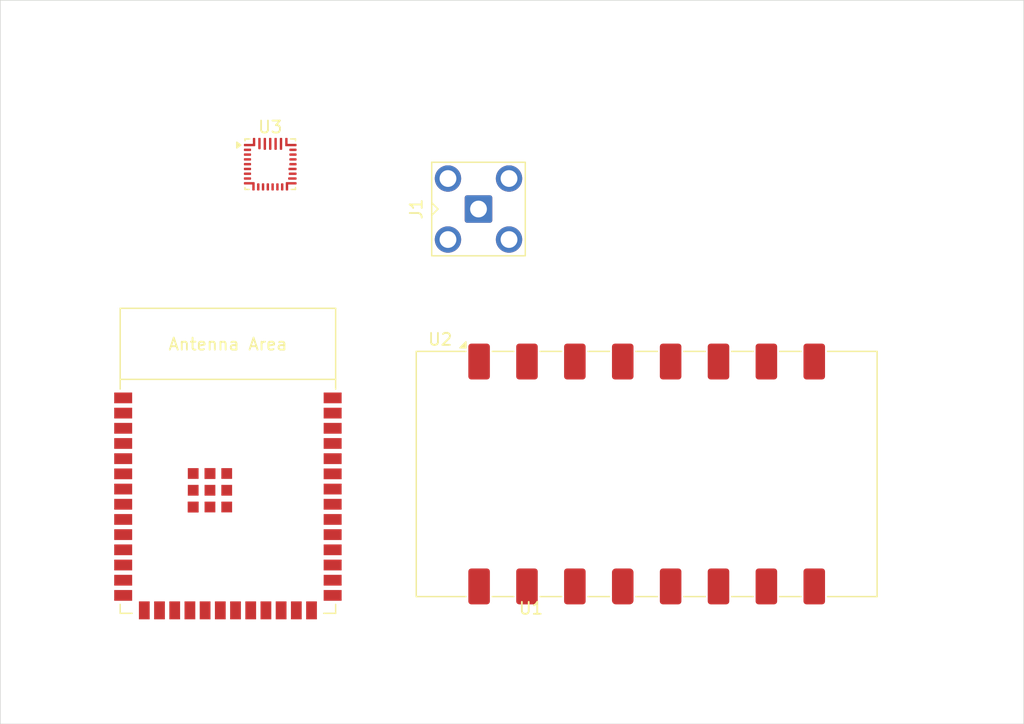
<source format=kicad_pcb>
(kicad_pcb (version 20241229) (generator "pcbnew") (generator_version "9.0")
  (layers (0 "F.Cu" signal) (2 "B.Cu" signal) (13 "F.Paste" user) (15 "B.Paste" user) (5 "F.SilkS" user "F.Silkscreen") (7 "B.SilkS" user "B.Silkscreen") (1 "F.Mask" user) (3 "B.Mask" user) (25 "Edge.Cuts" user))
  (net 0 "")
  (net 42 "GND")
  (net 46 "Net-(J1-In)")
  (net 52 "+5V")
  (net 55 "Net-(U3-VBUS-Pad2)")
  (net 73 "Net-(U3-BAT-Pad22)")
  (footprint "myRF:LoRa126XF30" (layer "F.Cu") (at 146.5 106.1)
    (property "Reference" "U2" (at -17.25 -11.25 180) (layer "F.SilkS"))
    (property "Value" "LoRa126XF30")
    (fp_line (start -19.25 10.25) (end -19.25 -10.25) (stroke (width 0.12)) (layer "F.SilkS"))
    (fp_line (start -15.1 -10.25) (end -19.25 -10.25) (stroke (width 0.12)) (layer "F.SilkS"))
    (fp_line (start -15.1 10.25) (end -19.25 10.25) (stroke (width 0.12)) (layer "F.SilkS"))
    (fp_line (start -11.1 -10.25) (end -12.9 -10.25) (stroke (width 0.12)) (layer "F.SilkS"))
    (fp_line (start -11.1 10.25) (end -12.9 10.25) (stroke (width 0.12)) (layer "F.SilkS"))
    (fp_line (start -7.1 -10.25) (end -8.9 -10.25) (stroke (width 0.12)) (layer "F.SilkS"))
    (fp_line (start -7.1 10.25) (end -8.9 10.25) (stroke (width 0.12)) (layer "F.SilkS"))
    (fp_line (start -3.1 -10.25) (end -4.9 -10.25) (stroke (width 0.12)) (layer "F.SilkS"))
    (fp_line (start -3.1 10.25) (end -4.9 10.25) (stroke (width 0.12)) (layer "F.SilkS"))
    (fp_line (start 0.9 -10.25) (end -0.9 -10.25) (stroke (width 0.12)) (layer "F.SilkS"))
    (fp_line (start 0.9 10.25) (end -0.9 10.25) (stroke (width 0.12)) (layer "F.SilkS"))
    (fp_line (start 4.9 -10.25) (end 3.1 -10.25) (stroke (width 0.12)) (layer "F.SilkS"))
    (fp_line (start 4.9 10.25) (end 3.1 10.25) (stroke (width 0.12)) (layer "F.SilkS"))
    (fp_line (start 8.9 -10.25) (end 7.1 -10.25) (stroke (width 0.12)) (layer "F.SilkS"))
    (fp_line (start 8.9 10.25) (end 7.1 10.25) (stroke (width 0.12)) (layer "F.SilkS"))
    (fp_line (start 12.9 -10.25) (end 11.1 -10.25) (stroke (width 0.12)) (layer "F.SilkS"))
    (fp_line (start 12.9 10.25) (end 11.1 10.25) (stroke (width 0.12)) (layer "F.SilkS"))
    (fp_line (start 19.25 -10.25) (end 15.1 -10.25) (stroke (width 0.12)) (layer "F.SilkS"))
    (fp_line (start 19.25 -10.25) (end 19.25 10.25) (stroke (width 0.12)) (layer "F.SilkS"))
    (fp_line (start 19.25 10.25) (end 15.1 10.25) (stroke (width 0.12)) (layer "F.SilkS"))
    (fp_poly (pts (xy -15.1 -10.55) (xy -15.6 -10.55) (xy -15.1 -11.05) (xy -15.1 -10.55)) (stroke (width 0.12)) (fill yes) (layer "F.SilkS"))
    (pad "1" smd roundrect (at -14 -9.4) (size 1.8 3) (layers "F.Cu" "F.Mask" "F.Paste") (roundrect_rratio 0.1388888889) (net 52 "+5V"))
    (pad "2" smd roundrect (at -10 -9.4) (size 1.8 3) (layers "F.Cu" "F.Mask" "F.Paste") (roundrect_rratio 0.1388888889) (net 42 "GND"))
    (pad "3" smd roundrect (at -6 -9.4) (size 1.8 3) (layers "F.Cu" "F.Mask" "F.Paste") (roundrect_rratio 0.1388888889))
    (pad "4" smd roundrect (at -2 -9.4) (size 1.8 3) (layers "F.Cu" "F.Mask" "F.Paste") (roundrect_rratio 0.1388888889))
    (pad "5" smd roundrect (at 2 -9.4) (size 1.8 3) (layers "F.Cu" "F.Mask" "F.Paste") (roundrect_rratio 0.1388888889))
    (pad "6" smd roundrect (at 6 -9.4) (size 1.8 3) (layers "F.Cu" "F.Mask" "F.Paste") (roundrect_rratio 0.1388888889))
    (pad "7" smd roundrect (at 10 -9.4) (size 1.8 3) (layers "F.Cu" "F.Mask" "F.Paste") (roundrect_rratio 0.1388888889))
    (pad "8" smd roundrect (at 14 -9.4) (size 1.8 3) (layers "F.Cu" "F.Mask" "F.Paste") (roundrect_rratio 0.1388888889))
    (pad "9" smd roundrect (at 14 9.4) (size 1.8 3) (layers "F.Cu" "F.Mask" "F.Paste") (roundrect_rratio 0.1388888889))
    (pad "10" smd roundrect (at 10 9.4) (size 1.8 3) (layers "F.Cu" "F.Mask" "F.Paste") (roundrect_rratio 0.1388888889))
    (pad "11" smd roundrect (at 6 9.4) (size 1.8 3) (layers "F.Cu" "F.Mask" "F.Paste") (roundrect_rratio 0.1388888889))
    (pad "12" smd roundrect (at 2 9.4) (size 1.8 3) (layers "F.Cu" "F.Mask" "F.Paste") (roundrect_rratio 0.1388888889))
    (pad "13" smd roundrect (at -2 9.4) (size 1.8 3) (layers "F.Cu" "F.Mask" "F.Paste") (roundrect_rratio 0.1785714286))
    (pad "14" smd roundrect (at -6 9.4) (size 1.8 3) (layers "F.Cu" "F.Mask" "F.Paste") (roundrect_rratio 0.1388888889))
    (pad "15" smd roundrect (at -10 9.4) (size 1.8 3) (layers "F.Cu" "F.Mask" "F.Paste") (roundrect_rratio 0.1388888889) (net 42 "GND"))
    (pad "16" smd roundrect (at -14 9.4) (size 1.8 3) (layers "F.Cu" "F.Mask" "F.Paste") (roundrect_rratio 0.1388888889) (net 46 "Net-(J1-In)"))
  )
  (footprint "Connector_Coaxial:SMA_BAT_Wireless_BWSMA-KWE-Z001" (layer "F.Cu") (at 132.45 83.95)
    (property "Reference" "J1" (at -5.2 0 90) (layer "F.SilkS"))
    (property "Value" "Conn_Coaxial")
    (fp_line (start -3.885 0.5) (end -3.385 0) (stroke (width 0.12)) (layer "F.SilkS"))
    (fp_line (start -3.385 0) (end -3.885 -0.5) (stroke (width 0.12)) (layer "F.SilkS"))
    (fp_rect (start -3.91 -3.91) (end 3.91 3.91) (stroke (width 0.12)) (fill no) (layer "F.SilkS"))
    (pad "1" thru_hole roundrect (at 0 0) (size 2.3 2.3) (drill 1.4) (layers "*.Cu" "*.Mask") (roundrect_rratio 0.087) (net 46 "Net-(J1-In)"))
    (pad "2" thru_hole circle (at -2.55 -2.55) (size 2.2 2.2) (drill 1.4) (layers "*.Cu" "*.Mask") (net 42 "GND"))
    (pad "2" thru_hole circle (at -2.55 2.55) (size 2.2 2.2) (drill 1.4) (layers "*.Cu" "*.Mask") (net 42 "GND"))
    (pad "2" thru_hole circle (at 2.55 -2.55) (size 2.2 2.2) (drill 1.4) (layers "*.Cu" "*.Mask") (net 42 "GND"))
    (pad "2" thru_hole circle (at 2.55 2.55) (size 2.2 2.2) (drill 1.4) (layers "*.Cu" "*.Mask") (net 42 "GND"))
  )
  (footprint "PCM_Espressif:ESP32-S3-WROOM-1" (layer "F.Cu") (at 111.515 108)
    (property "Reference" "U1" (at 25.32 9.335 0) (layer "F.SilkS"))
    (property "Value" "ESP32-S3-WROOM-1")
    (fp_line (start -9 -15.75) (end -9 -9) (stroke (width 0.12)) (layer "F.SilkS"))
    (fp_line (start -9 -15.75) (end 9 -15.75) (stroke (width 0.12)) (layer "F.SilkS"))
    (fp_line (start -9 9) (end -9 9.75) (stroke (width 0.12)) (layer "F.SilkS"))
    (fp_line (start -9 9.75) (end -8 9.75) (stroke (width 0.12)) (layer "F.SilkS"))
    (fp_line (start 9 -15.75) (end 9 -9) (stroke (width 0.12)) (layer "F.SilkS"))
    (fp_line (start 9 -9.81) (end -9 -9.81) (stroke (width 0.12)) (layer "F.SilkS"))
    (fp_line (start 9 9) (end 9 9.75) (stroke (width 0.12)) (layer "F.SilkS"))
    (fp_line (start 9 9.75) (end 8 9.75) (stroke (width 0.12)) (layer "F.SilkS"))
    (fp_text user "Antenna Area" (at 0 -12.75 0) (layer "F.SilkS"))
    (pad "1" smd rect (at -8.75 -8.26) (size 1.5 0.9) (layers "F.Cu" "F.Mask" "F.Paste") (net 42 "GND"))
    (pad "2" smd rect (at -8.75 -6.99) (size 1.5 0.9) (layers "F.Cu" "F.Mask" "F.Paste"))
    (pad "3" smd rect (at -8.75 -5.72) (size 1.5 0.9) (layers "F.Cu" "F.Mask" "F.Paste"))
    (pad "4" smd rect (at -8.75 -4.45) (size 1.5 0.9) (layers "F.Cu" "F.Mask" "F.Paste"))
    (pad "5" smd rect (at -8.75 -3.18) (size 1.5 0.9) (layers "F.Cu" "F.Mask" "F.Paste"))
    (pad "6" smd rect (at -8.75 -1.91) (size 1.5 0.9) (layers "F.Cu" "F.Mask" "F.Paste"))
    (pad "7" smd rect (at -8.75 -0.64) (size 1.5 0.9) (layers "F.Cu" "F.Mask" "F.Paste"))
    (pad "8" smd rect (at -8.75 0.63) (size 1.5 0.9) (layers "F.Cu" "F.Mask" "F.Paste"))
    (pad "9" smd rect (at -8.75 1.9) (size 1.5 0.9) (layers "F.Cu" "F.Mask" "F.Paste"))
    (pad "10" smd rect (at -8.75 3.17) (size 1.5 0.9) (layers "F.Cu" "F.Mask" "F.Paste"))
    (pad "11" smd rect (at -8.75 4.44) (size 1.5 0.9) (layers "F.Cu" "F.Mask" "F.Paste"))
    (pad "12" smd rect (at -8.75 5.71) (size 1.5 0.9) (layers "F.Cu" "F.Mask" "F.Paste"))
    (pad "13" smd rect (at -8.75 6.98) (size 1.5 0.9) (layers "F.Cu" "F.Mask" "F.Paste"))
    (pad "14" smd rect (at -8.75 8.25) (size 1.5 0.9) (layers "F.Cu" "F.Mask" "F.Paste"))
    (pad "15" smd rect (at -6.985 9.5 90) (size 1.5 0.9) (layers "F.Cu" "F.Mask" "F.Paste"))
    (pad "16" smd rect (at -5.715 9.5 90) (size 1.5 0.9) (layers "F.Cu" "F.Mask" "F.Paste"))
    (pad "17" smd rect (at -4.445 9.5 90) (size 1.5 0.9) (layers "F.Cu" "F.Mask" "F.Paste"))
    (pad "18" smd rect (at -3.175 9.5 90) (size 1.5 0.9) (layers "F.Cu" "F.Mask" "F.Paste"))
    (pad "19" smd rect (at -1.905 9.5 90) (size 1.5 0.9) (layers "F.Cu" "F.Mask" "F.Paste"))
    (pad "20" smd rect (at -0.635 9.5 90) (size 1.5 0.9) (layers "F.Cu" "F.Mask" "F.Paste"))
    (pad "21" smd rect (at 0.635 9.5 90) (size 1.5 0.9) (layers "F.Cu" "F.Mask" "F.Paste"))
    (pad "22" smd rect (at 1.905 9.5 90) (size 1.5 0.9) (layers "F.Cu" "F.Mask" "F.Paste"))
    (pad "23" smd rect (at 3.175 9.5 90) (size 1.5 0.9) (layers "F.Cu" "F.Mask" "F.Paste"))
    (pad "24" smd rect (at 4.445 9.5 90) (size 1.5 0.9) (layers "F.Cu" "F.Mask" "F.Paste"))
    (pad "25" smd rect (at 5.715 9.5 90) (size 1.5 0.9) (layers "F.Cu" "F.Mask" "F.Paste"))
    (pad "26" smd rect (at 6.985 9.5 90) (size 1.5 0.9) (layers "F.Cu" "F.Mask" "F.Paste"))
    (pad "27" smd rect (at 8.75 8.25 180) (size 1.5 0.9) (layers "F.Cu" "F.Mask" "F.Paste"))
    (pad "28" smd rect (at 8.75 6.98 180) (size 1.5 0.9) (layers "F.Cu" "F.Mask" "F.Paste"))
    (pad "29" smd rect (at 8.75 5.71 180) (size 1.5 0.9) (layers "F.Cu" "F.Mask" "F.Paste"))
    (pad "30" smd rect (at 8.75 4.44 180) (size 1.5 0.9) (layers "F.Cu" "F.Mask" "F.Paste"))
    (pad "31" smd rect (at 8.75 3.17 180) (size 1.5 0.9) (layers "F.Cu" "F.Mask" "F.Paste"))
    (pad "32" smd rect (at 8.75 1.9 180) (size 1.5 0.9) (layers "F.Cu" "F.Mask" "F.Paste"))
    (pad "33" smd rect (at 8.75 0.63 180) (size 1.5 0.9) (layers "F.Cu" "F.Mask" "F.Paste"))
    (pad "34" smd rect (at 8.75 -0.64 180) (size 1.5 0.9) (layers "F.Cu" "F.Mask" "F.Paste"))
    (pad "35" smd rect (at 8.75 -1.91 180) (size 1.5 0.9) (layers "F.Cu" "F.Mask" "F.Paste"))
    (pad "36" smd rect (at 8.75 -3.18 180) (size 1.5 0.9) (layers "F.Cu" "F.Mask" "F.Paste"))
    (pad "37" smd rect (at 8.75 -4.45 180) (size 1.5 0.9) (layers "F.Cu" "F.Mask" "F.Paste"))
    (pad "38" smd rect (at 8.75 -5.72 180) (size 1.5 0.9) (layers "F.Cu" "F.Mask" "F.Paste"))
    (pad "39" smd rect (at 8.75 -6.99 180) (size 1.5 0.9) (layers "F.Cu" "F.Mask" "F.Paste"))
    (pad "40" smd rect (at 8.75 -8.26 180) (size 1.5 0.9) (layers "F.Cu" "F.Mask" "F.Paste") (net 42 "GND"))
    (pad "41" smd rect (at -2.9 -1.94 180) (size 0.9 0.9) (layers "F.Cu" "F.Mask" "F.Paste") (net 42 "GND"))
    (pad "41" smd rect (at -2.9 -0.54 180) (size 0.9 0.9) (layers "F.Cu" "F.Mask" "F.Paste") (net 42 "GND"))
    (pad "41" smd rect (at -2.9 0.86 180) (size 0.9 0.9) (layers "F.Cu" "F.Mask" "F.Paste") (net 42 "GND"))
    (pad "41" smd rect (at -2.9 0.86 180) (size 0.9 0.9) (layers "F.Cu" "F.Mask" "F.Paste") (net 42 "GND"))
    (pad "41" smd rect (at -1.5 -1.94 180) (size 0.9 0.9) (layers "F.Cu" "F.Mask" "F.Paste") (net 42 "GND"))
    (pad "41" smd rect (at -1.5 -1.94 180) (size 0.9 0.9) (layers "F.Cu" "F.Mask" "F.Paste") (net 42 "GND"))
    (pad "41" smd rect (at -1.5 -0.54 180) (size 0.9 0.9) (layers "F.Cu" "F.Mask" "F.Paste") (net 42 "GND"))
    (pad "41" smd rect (at -1.5 0.86 180) (size 0.9 0.9) (layers "F.Cu" "F.Mask" "F.Paste") (net 42 "GND"))
    (pad "41" smd rect (at -0.1 -1.94 180) (size 0.9 0.9) (layers "F.Cu" "F.Mask" "F.Paste") (net 42 "GND"))
    (pad "41" smd rect (at -0.1 -0.54 180) (size 0.9 0.9) (layers "F.Cu" "F.Mask" "F.Paste") (net 42 "GND"))
    (pad "41" smd rect (at -0.1 0.86 180) (size 0.9 0.9) (layers "F.Cu" "F.Mask" "F.Paste") (net 42 "GND"))
  )
  (footprint "Package_DFN_QFN:Texas_RQM0029A_VQFN-29_4x4mm_P0.4mm" (layer "F.Cu") (at 115.05 80.2)
    (property "Reference" "U3" (at 0 -3.1 0) (layer "F.SilkS"))
    (property "Value" "BQ25798")
    (fp_line (start -2.11 -2.11) (end -1.71 -2.11) (stroke (width 0.12)) (layer "F.SilkS"))
    (fp_line (start -2.11 -1.96) (end -2.11 -2.11) (stroke (width 0.12)) (layer "F.SilkS"))
    (fp_line (start -2.11 1.96) (end -2.11 2.11) (stroke (width 0.12)) (layer "F.SilkS"))
    (fp_line (start -2.11 2.11) (end -1.76 2.11) (stroke (width 0.12)) (layer "F.SilkS"))
    (fp_line (start 2.11 -2.11) (end 1.71 -2.11) (stroke (width 0.12)) (layer "F.SilkS"))
    (fp_line (start 2.11 -1.96) (end 2.11 -2.11) (stroke (width 0.12)) (layer "F.SilkS"))
    (fp_line (start 2.11 1.96) (end 2.11 2.11) (stroke (width 0.12)) (layer "F.SilkS"))
    (fp_line (start 2.11 2.11) (end 1.76 2.11) (stroke (width 0.12)) (layer "F.SilkS"))
    (fp_poly (pts (xy -2.461573 -1.598125) (xy -2.791573 -1.358125) (xy -2.791573 -1.838125)) (stroke (width 0.12)) (fill yes) (layer "F.SilkS"))
    (pad "1" smd custom (at -1.9 -1.6) (size 0.15 0.15) (layers "F.Cu" "F.Mask" "F.Paste") (options (clearance outline) (anchor rect)) (primitives (gr_poly (pts (xy 0.45 -0.1) (xy -0.25 -0.1) (xy -0.253 -0.1) (xy -0.255 -0.1) (xy -0.258 -0.099) (xy -0.26 -0.099) (xy -0.263 -0.098) (xy -0.265 -0.098) (xy -0.268 -0.097) (xy -0.27 -0.096) (xy -0.273 -0.095) (xy -0.275 -0.093) (xy -0.277 -0.092) (xy -0.279 -0.09) (xy -0.281 -0.089) (xy -0.283 -0.087) (xy -0.285 -0.085) (xy -0.287 -0.083) (xy -0.289 -0.081) (xy -0.29 -0.079) (xy -0.292 -0.077) (xy -0.293 -0.075) (xy -0.295 -0.073) (xy -0.296 -0.07) (xy -0.297 -0.068) (xy -0.298 -0.065) (xy -0.298 -0.063) (xy -0.299 -0.06) (xy -0.299 -0.058) (xy -0.3 -0.055) (xy -0.3 -0.053) (xy -0.3 -0.05) (xy -0.3 0.05) (xy -0.3 0.053) (xy -0.3 0.055) (xy -0.299 0.058) (xy -0.299 0.06) (xy -0.298 0.063) (xy -0.298 0.065) (xy -0.297 0.068) (xy -0.296 0.07) (xy -0.295 0.073) (xy -0.293 0.075) (xy -0.292 0.077) (xy -0.29 0.079) (xy -0.289 0.081) (xy -0.287 0.083) (xy -0.285 0.085) (xy -0.283 0.087) (xy -0.281 0.089) (xy -0.279 0.09) (xy -0.277 0.092) (xy -0.275 0.093) (xy -0.273 0.095) (xy -0.27 0.096) (xy -0.268 0.097) (xy -0.265 0.098) (xy -0.263 0.098) (xy -0.26 0.099) (xy -0.258 0.099) (xy -0.255 0.1) (xy -0.253 0.1) (xy -0.25 0.1) (xy 0.6 0.1) (xy 0.603 0.1) (xy 0.605 0.1) (xy 0.608 0.099) (xy 0.61 0.099) (xy 0.613 0.098) (xy 0.615 0.098) (xy 0.618 0.097) (xy 0.62 0.096) (xy 0.623 0.095) (xy 0.625 0.093) (xy 0.627 0.092) (xy 0.629 0.09) (xy 0.631 0.089) (xy 0.633 0.087) (xy 0.635 0.085) (xy 0.637 0.083) (xy 0.639 0.081) (xy 0.64 0.079) (xy 0.642 0.077) (xy 0.643 0.075) (xy 0.645 0.073) (xy 0.646 0.07) (xy 0.647 0.068) (xy 0.648 0.065) (xy 0.648 0.063) (xy 0.649 0.06) (xy 0.649 0.058) (xy 0.65 0.055) (xy 0.65 0.053) (xy 0.65 0.05) (xy 0.65 -0.55) (xy 0.65 -0.553) (xy 0.65 -0.555) (xy 0.649 -0.558) (xy 0.649 -0.56) (xy 0.648 -0.563) (xy 0.648 -0.565) (xy 0.647 -0.568) (xy 0.646 -0.57) (xy 0.645 -0.573) (xy 0.643 -0.575) (xy 0.642 -0.577) (xy 0.64 -0.579) (xy 0.639 -0.581) (xy 0.637 -0.583) (xy 0.635 -0.585) (xy 0.633 -0.587) (xy 0.631 -0.589) (xy 0.629 -0.59) (xy 0.627 -0.592) (xy 0.625 -0.593) (xy 0.623 -0.595) (xy 0.62 -0.596) (xy 0.618 -0.597) (xy 0.615 -0.598) (xy 0.613 -0.598) (xy 0.61 -0.599) (xy 0.608 -0.599) (xy 0.605 -0.6) (xy 0.603 -0.6) (xy 0.6 -0.6) (xy 0.5 -0.6) (xy 0.497 -0.6) (xy 0.495 -0.6) (xy 0.492 -0.599) (xy 0.49 -0.599) (xy 0.487 -0.598) (xy 0.485 -0.598) (xy 0.482 -0.597) (xy 0.48 -0.596) (xy 0.477 -0.595) (xy 0.475 -0.593) (xy 0.473 -0.592) (xy 0.471 -0.59) (xy 0.469 -0.589) (xy 0.467 -0.587) (xy 0.465 -0.585) (xy 0.463 -0.583) (xy 0.461 -0.581) (xy 0.46 -0.579) (xy 0.458 -0.577) (xy 0.457 -0.575) (xy 0.455 -0.573) (xy 0.454 -0.57) (xy 0.453 -0.568) (xy 0.452 -0.565) (xy 0.452 -0.563) (xy 0.451 -0.56) (xy 0.451 -0.558) (xy 0.45 -0.555) (xy 0.45 -0.553) (xy 0.45 -0.55) (xy 0.45 -0.1)) (width 0) (fill yes))))
    (pad "2" smd roundrect (at -1.9 -1.2) (size 0.6 0.2) (layers "F.Cu" "F.Mask" "F.Paste") (net 55 "Net-(U3-VBUS-Pad2)"))
    (pad "3" smd roundrect (at -1.9 -0.8) (size 0.6 0.2) (layers "F.Cu" "F.Mask" "F.Paste") (net 55 "Net-(U3-VBUS-Pad2)"))
    (pad "4" smd roundrect (at -1.9 -0.4) (size 0.6 0.2) (layers "F.Cu" "F.Mask" "F.Paste"))
    (pad "5" smd roundrect (at -1.9 0) (size 0.6 0.2) (layers "F.Cu" "F.Mask" "F.Paste"))
    (pad "6" smd roundrect (at -1.9 0.4) (size 0.6 0.2) (layers "F.Cu" "F.Mask" "F.Paste"))
    (pad "7" smd roundrect (at -1.9 0.8) (size 0.6 0.2) (layers "F.Cu" "F.Mask" "F.Paste"))
    (pad "8" smd roundrect (at -1.9 1.2) (size 0.6 0.2) (layers "F.Cu" "F.Mask" "F.Paste"))
    (pad "9" smd custom (at -1.4 1.85) (size 0.15 0.15) (layers "F.Cu" "F.Mask" "F.Paste") (options (clearance outline) (anchor rect)) (primitives (gr_poly (pts (xy -0.1 -0.15) (xy -0.75 -0.15) (xy -0.753 -0.15) (xy -0.755 -0.15) (xy -0.758 -0.151) (xy -0.76 -0.151) (xy -0.763 -0.152) (xy -0.765 -0.152) (xy -0.768 -0.153) (xy -0.77 -0.154) (xy -0.773 -0.155) (xy -0.775 -0.157) (xy -0.777 -0.158) (xy -0.779 -0.16) (xy -0.781 -0.161) (xy -0.783 -0.163) (xy -0.785 -0.165) (xy -0.787 -0.167) (xy -0.789 -0.169) (xy -0.79 -0.171) (xy -0.792 -0.173) (xy -0.793 -0.175) (xy -0.795 -0.177) (xy -0.796 -0.18) (xy -0.797 -0.182) (xy -0.798 -0.185) (xy -0.798 -0.187) (xy -0.799 -0.19) (xy -0.799 -0.192) (xy -0.8 -0.195) (xy -0.8 -0.197) (xy -0.8 -0.2) (xy -0.8 -0.3) (xy -0.8 -0.303) (xy -0.8 -0.305) (xy -0.799 -0.308) (xy -0.799 -0.31) (xy -0.798 -0.313) (xy -0.798 -0.315) (xy -0.797 -0.318) (xy -0.796 -0.32) (xy -0.795 -0.323) (xy -0.793 -0.325) (xy -0.792 -0.327) (xy -0.79 -0.329) (xy -0.789 -0.331) (xy -0.787 -0.333) (xy -0.785 -0.335) (xy -0.783 -0.337) (xy -0.781 -0.339) (xy -0.779 -0.34) (xy -0.777 -0.342) (xy -0.775 -0.343) (xy -0.773 -0.345) (xy -0.77 -0.346) (xy -0.768 -0.347) (xy -0.765 -0.348) (xy -0.763 -0.348) (xy -0.76 -0.349) (xy -0.758 -0.349) (xy -0.755 -0.35) (xy -0.753 -0.35) (xy -0.75 -0.35) (xy 0.05 -0.35) (xy 0.053 -0.35) (xy 0.055 -0.35) (xy 0.058 -0.349) (xy 0.06 -0.349) (xy 0.063 -0.348) (xy 0.065 -0.348) (xy 0.068 -0.347) (xy 0.07 -0.346) (xy 0.073 -0.345) (xy 0.075 -0.343) (xy 0.077 -0.342) (xy 0.079 -0.34) (xy 0.081 -0.339) (xy 0.083 -0.337) (xy 0.085 -0.335) (xy 0.087 -0.333) (xy 0.089 -0.331) (xy 0.09 -0.329) (xy 0.092 -0.327) (xy 0.093 -0.325) (xy 0.095 -0.323) (xy 0.096 -0.32) (xy 0.097 -0.318) (xy 0.098 -0.315) (xy 0.098 -0.313) (xy 0.099 -0.31) (xy 0.099 -0.308) (xy 0.1 -0.305) (xy 0.1 -0.303) (xy 0.1 -0.3) (xy 0.1 0.3) (xy 0.1 0.303) (xy 0.1 0.305) (xy 0.099 0.308) (xy 0.099 0.31) (xy 0.098 0.313) (xy 0.098 0.315) (xy 0.097 0.318) (xy 0.096 0.32) (xy 0.095 0.323) (xy 0.093 0.325) (xy 0.092 0.327) (xy 0.09 0.329) (xy 0.089 0.331) (xy 0.087 0.333) (xy 0.085 0.335) (xy 0.083 0.337) (xy 0.081 0.339) (xy 0.079 0.34) (xy 0.077 0.342) (xy 0.075 0.343) (xy 0.073 0.345) (xy 0.07 0.346) (xy 0.068 0.347) (xy 0.065 0.348) (xy 0.063 0.348) (xy 0.06 0.349) (xy 0.058 0.349) (xy 0.055 0.35) (xy 0.053 0.35) (xy 0.05 0.35) (xy -0.05 0.35) (xy -0.053 0.35) (xy -0.055 0.35) (xy -0.058 0.349) (xy -0.06 0.349) (xy -0.063 0.348) (xy -0.065 0.348) (xy -0.068 0.347) (xy -0.07 0.346) (xy -0.073 0.345) (xy -0.075 0.343) (xy -0.077 0.342) (xy -0.079 0.34) (xy -0.081 0.339) (xy -0.083 0.337) (xy -0.085 0.335) (xy -0.087 0.333) (xy -0.089 0.331) (xy -0.09 0.329) (xy -0.092 0.327) (xy -0.093 0.325) (xy -0.095 0.323) (xy -0.096 0.32) (xy -0.097 0.318) (xy -0.098 0.315) (xy -0.098 0.313) (xy -0.099 0.31) (xy -0.099 0.308) (xy -0.1 0.305) (xy -0.1 0.303) (xy -0.1 0.3) (xy -0.1 -0.15)) (width 0) (fill yes))))
    (pad "10" smd roundrect (at -1 1.9) (size 0.2 0.6) (layers "F.Cu" "F.Mask" "F.Paste"))
    (pad "11" smd roundrect (at -0.6 1.9) (size 0.2 0.6) (layers "F.Cu" "F.Mask" "F.Paste"))
    (pad "12" smd roundrect (at -0.2 1.9) (size 0.2 0.6) (layers "F.Cu" "F.Mask" "F.Paste"))
    (pad "13" smd roundrect (at 0.2 1.9) (size 0.2 0.6) (layers "F.Cu" "F.Mask" "F.Paste"))
    (pad "14" smd roundrect (at 0.6 1.9) (size 0.2 0.6) (layers "F.Cu" "F.Mask" "F.Paste"))
    (pad "15" smd roundrect (at 1 1.9) (size 0.2 0.6) (layers "F.Cu" "F.Mask" "F.Paste"))
    (pad "16" smd custom (at 1.85 1.6) (size 0.19 0.19) (layers "F.Cu" "F.Mask" "F.Paste") (options (clearance outline) (anchor rect)) (primitives (gr_poly (pts (xy -0.35 0.1) (xy 0.3 0.1) (xy 0.303 0.1) (xy 0.305 0.1) (xy 0.308 0.099) (xy 0.31 0.099) (xy 0.313 0.098) (xy 0.315 0.098) (xy 0.318 0.097) (xy 0.32 0.096) (xy 0.323 0.095) (xy 0.325 0.093) (xy 0.327 0.092) (xy 0.329 0.09) (xy 0.331 0.089) (xy 0.333 0.087) (xy 0.335 0.085) (xy 0.337 0.083) (xy 0.339 0.081) (xy 0.34 0.079) (xy 0.342 0.077) (xy 0.343 0.075) (xy 0.345 0.073) (xy 0.346 0.07) (xy 0.347 0.068) (xy 0.348 0.065) (xy 0.348 0.063) (xy 0.349 0.06) (xy 0.349 0.058) (xy 0.35 0.055) (xy 0.35 0.053) (xy 0.35 0.05) (xy 0.35 -0.05) (xy 0.35 -0.053) (xy 0.35 -0.055) (xy 0.349 -0.058) (xy 0.349 -0.06) (xy 0.348 -0.063) (xy 0.348 -0.065) (xy 0.347 -0.068) (xy 0.346 -0.07) (xy 0.345 -0.073) (xy 0.343 -0.075) (xy 0.342 -0.077) (xy 0.34 -0.079) (xy 0.339 -0.081) (xy 0.337 -0.083) (xy 0.335 -0.085) (xy 0.333 -0.087) (xy 0.331 -0.089) (xy 0.329 -0.09) (xy 0.327 -0.092) (xy 0.325 -0.093) (xy 0.323 -0.095) (xy 0.32 -0.096) (xy 0.318 -0.097) (xy 0.315 -0.098) (xy 0.313 -0.098) (xy 0.31 -0.099) (xy 0.308 -0.099) (xy 0.305 -0.1) (xy 0.303 -0.1) (xy 0.3 -0.1) (xy -0.5 -0.1) (xy -0.503 -0.1) (xy -0.505 -0.1) (xy -0.508 -0.099) (xy -0.51 -0.099) (xy -0.513 -0.098) (xy -0.515 -0.098) (xy -0.518 -0.097) (xy -0.52 -0.096) (xy -0.523 -0.095) (xy -0.525 -0.093) (xy -0.527 -0.092) (xy -0.529 -0.09) (xy -0.531 -0.089) (xy -0.533 -0.087) (xy -0.535 -0.085) (xy -0.537 -0.083) (xy -0.539 -0.081) (xy -0.54 -0.079) (xy -0.542 -0.077) (xy -0.543 -0.075) (xy -0.545 -0.073) (xy -0.546 -0.07) (xy -0.547 -0.068) (xy -0.548 -0.065) (xy -0.548 -0.063) (xy -0.549 -0.06) (xy -0.549 -0.058) (xy -0.55 -0.055) (xy -0.55 -0.053) (xy -0.55 -0.05) (xy -0.55 0.55) (xy -0.55 0.553) (xy -0.55 0.555) (xy -0.549 0.558) (xy -0.549 0.56) (xy -0.548 0.563) (xy -0.548 0.565) (xy -0.547 0.568) (xy -0.546 0.57) (xy -0.545 0.573) (xy -0.543 0.575) (xy -0.542 0.577) (xy -0.54 0.579) (xy -0.539 0.581) (xy -0.537 0.583) (xy -0.535 0.585) (xy -0.533 0.587) (xy -0.531 0.589) (xy -0.529 0.59) (xy -0.527 0.592) (xy -0.525 0.593) (xy -0.523 0.595) (xy -0.52 0.596) (xy -0.518 0.597) (xy -0.515 0.598) (xy -0.513 0.598) (xy -0.51 0.599) (xy -0.508 0.599) (xy -0.505 0.6) (xy -0.503 0.6) (xy -0.5 0.6) (xy -0.4 0.6) (xy -0.397 0.6) (xy -0.395 0.6) (xy -0.392 0.599) (xy -0.39 0.599) (xy -0.387 0.598) (xy -0.385 0.598) (xy -0.382 0.597) (xy -0.38 0.596) (xy -0.377 0.595) (xy -0.375 0.593) (xy -0.373 0.592) (xy -0.371 0.59) (xy -0.369 0.589) (xy -0.367 0.587) (xy -0.365 0.585) (xy -0.363 0.583) (xy -0.361 0.581) (xy -0.36 0.579) (xy -0.358 0.577) (xy -0.357 0.575) (xy -0.355 0.573) (xy -0.354 0.57) (xy -0.353 0.568) (xy -0.352 0.565) (xy -0.352 0.563) (xy -0.351 0.56) (xy -0.351 0.558) (xy -0.35 0.555) (xy -0.35 0.553) (xy -0.35 0.55) (xy -0.35 0.1)) (width 0) (fill yes))))
    (pad "17" smd roundrect (at 1.85 1.2) (size 0.7 0.2) (layers "F.Cu" "F.Mask" "F.Paste"))
    (pad "18" smd roundrect (at 1.875 0.8) (size 0.65 0.2) (layers "F.Cu" "F.Mask" "F.Paste"))
    (pad "19" smd roundrect (at 1.8625 0.4) (size 0.68 0.2) (layers "F.Cu" "F.Mask" "F.Paste"))
    (pad "20" smd roundrect (at 1.9 0) (size 0.6 0.2) (layers "F.Cu" "F.Mask" "F.Paste"))
    (pad "21" smd roundrect (at 1.9 -0.4) (size 0.6 0.2) (layers "F.Cu" "F.Mask" "F.Paste"))
    (pad "22" smd roundrect (at 1.9 -0.8) (size 0.6 0.2) (layers "F.Cu" "F.Mask" "F.Paste") (net 73 "Net-(U3-BAT-Pad22)"))
    (pad "23" smd roundrect (at 1.9 -1.2) (size 0.6 0.2) (layers "F.Cu" "F.Mask" "F.Paste") (net 73 "Net-(U3-BAT-Pad22)"))
    (pad "24" smd custom (at 1.8625 -1.6) (size 0.15 0.15) (layers "F.Cu" "F.Mask" "F.Paste") (options (clearance outline) (anchor rect)) (primitives (gr_poly (pts (xy -0.4125 -0.1) (xy 0.2875 -0.1) (xy 0.2905 -0.1) (xy 0.2925 -0.1) (xy 0.2955 -0.099) (xy 0.2975 -0.099) (xy 0.3005 -0.098) (xy 0.3025 -0.098) (xy 0.3055 -0.097) (xy 0.3075 -0.096) (xy 0.3105 -0.095) (xy 0.3125 -0.093) (xy 0.3145 -0.092) (xy 0.3165 -0.09) (xy 0.3185 -0.089) (xy 0.3205 -0.087) (xy 0.3225 -0.085) (xy 0.3245 -0.083) (xy 0.3265 -0.081) (xy 0.3275 -0.079) (xy 0.3295 -0.077) (xy 0.3305 -0.075) (xy 0.3325 -0.073) (xy 0.3335 -0.07) (xy 0.3345 -0.068) (xy 0.3355 -0.065) (xy 0.3355 -0.063) (xy 0.3365 -0.06) (xy 0.3365 -0.058) (xy 0.3375 -0.055) (xy 0.3375 -0.053) (xy 0.3375 -0.05) (xy 0.3375 0.05) (xy 0.3375 0.053) (xy 0.3375 0.055) (xy 0.3365 0.058) (xy 0.3365 0.06) (xy 0.3355 0.063) (xy 0.3355 0.065) (xy 0.3345 0.068) (xy 0.3335 0.07) (xy 0.3325 0.073) (xy 0.3305 0.075) (xy 0.3295 0.077) (xy 0.3275 0.079) (xy 0.3265 0.081) (xy 0.3245 0.083) (xy 0.3225 0.085) (xy 0.3205 0.087) (xy 0.3185 0.089) (xy 0.3165 0.09) (xy 0.3145 0.092) (xy 0.3125 0.093) (xy 0.3105 0.095) (xy 0.3075 0.096) (xy 0.3055 0.097) (xy 0.3025 0.098) (xy 0.3005 0.098) (xy 0.2975 0.099) (xy 0.2955 0.099) (xy 0.2925 0.1) (xy 0.2905 0.1) (xy 0.2875 0.1) (xy -0.5625 0.1) (xy -0.5655 0.1) (xy -0.5675 0.1) (xy -0.5705 0.099) (xy -0.5725 0.099) (xy -0.5755 0.098) (xy -0.5775 0.098) (xy -0.5805 0.097) (xy -0.5825 0.096) (xy -0.5855 0.095) (xy -0.5875 0.093) (xy -0.5895 0.092) (xy -0.5915 0.09) (xy -0.5935 0.089) (xy -0.5955 0.087) (xy -0.5975 0.085) (xy -0.5995 0.083) (xy -0.6015 0.081) (xy -0.6025 0.079) (xy -0.6045 0.077) (xy -0.6055 0.075) (xy -0.6075 0.073) (xy -0.6085 0.07) (xy -0.6095 0.068) (xy -0.6105 0.065) (xy -0.6105 0.063) (xy -0.6115 0.06) (xy -0.6115 0.058) (xy -0.6125 0.055) (xy -0.6125 0.053) (xy -0.6125 0.05) (xy -0.6125 -0.55) (xy -0.6125 -0.553) (xy -0.6125 -0.555) (xy -0.6115 -0.558) (xy -0.6115 -0.56) (xy -0.6105 -0.563) (xy -0.6105 -0.565) (xy -0.6095 -0.568) (xy -0.6085 -0.57) (xy -0.6075 -0.573) (xy -0.6055 -0.575) (xy -0.6045 -0.577) (xy -0.6025 -0.579) (xy -0.6015 -0.581) (xy -0.5995 -0.583) (xy -0.5975 -0.585) (xy -0.5955 -0.587) (xy -0.5935 -0.589) (xy -0.5915 -0.59) (xy -0.5895 -0.592) (xy -0.5875 -0.593) (xy -0.5855 -0.595) (xy -0.5825 -0.596) (xy -0.5805 -0.597) (xy -0.5775 -0.598) (xy -0.5755 -0.598) (xy -0.5725 -0.599) (xy -0.5705 -0.599) (xy -0.5675 -0.6) (xy -0.5655 -0.6) (xy -0.5625 -0.6) (xy -0.4625 -0.6) (xy -0.4595 -0.6) (xy -0.4575 -0.6) (xy -0.4545 -0.599) (xy -0.4525 -0.599) (xy -0.4495 -0.598) (xy -0.4475 -0.598) (xy -0.4445 -0.597) (xy -0.4425 -0.596) (xy -0.4395 -0.595) (xy -0.4375 -0.593) (xy -0.4355 -0.592) (xy -0.4335 -0.59) (xy -0.4315 -0.589) (xy -0.4295 -0.587) (xy -0.4275 -0.585) (xy -0.4255 -0.583) (xy -0.4235 -0.581) (xy -0.4225 -0.579) (xy -0.4205 -0.577) (xy -0.4195 -0.575) (xy -0.4175 -0.573) (xy -0.4165 -0.57) (xy -0.4155 -0.568) (xy -0.4145 -0.565) (xy -0.4145 -0.563) (xy -0.4135 -0.56) (xy -0.4135 -0.558) (xy -0.4125 -0.555) (xy -0.4125 -0.553) (xy -0.4125 -0.55) (xy -0.4125 -0.1)) (width 0) (fill yes))))
    (pad "25" smd roundrect (at 0.9 -1.7) (size 0.2 1) (layers "F.Cu" "F.Mask" "F.Paste"))
    (pad "26" smd roundrect (at 0.45 -1.7) (size 0.2 1) (layers "F.Cu" "F.Mask" "F.Paste"))
    (pad "27" smd roundrect (at 0 -1.7) (size 0.2 1) (layers "F.Cu" "F.Mask" "F.Paste") (net 42 "GND"))
    (pad "28" smd roundrect (at -0.45 -1.7) (size 0.2 1) (layers "F.Cu" "F.Mask" "F.Paste"))
    (pad "29" smd roundrect (at -0.9 -1.725) (size 0.2 0.95) (layers "F.Cu" "F.Mask" "F.Paste"))
  )
  (gr_rect (start 92.5 66.5) (end 178 127) (stroke (width 0.05)) (fill no) (layer "Edge.Cuts"))
)
</source>
